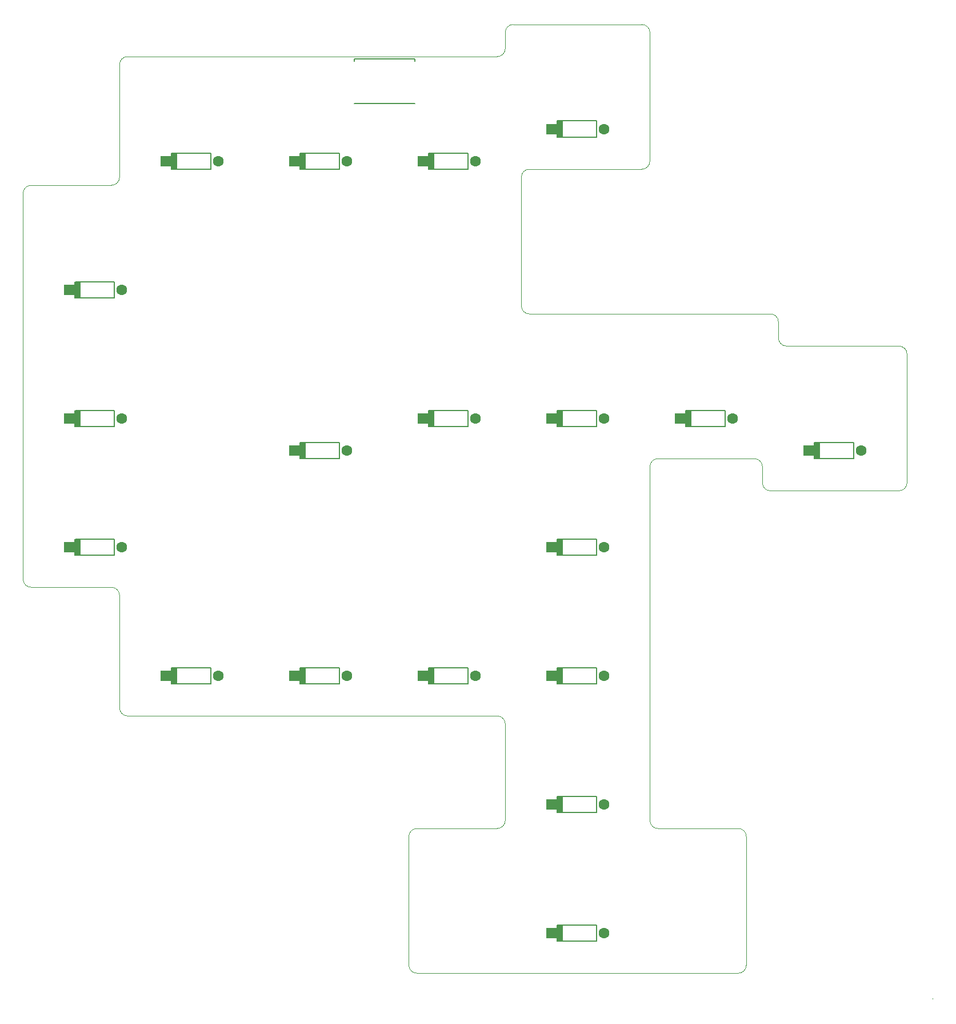
<source format=gbr>
G04 #@! TF.GenerationSoftware,KiCad,Pcbnew,(6.0.1)*
G04 #@! TF.CreationDate,2022-02-27T23:30:46-05:00*
G04 #@! TF.ProjectId,keyboard,6b657962-6f61-4726-942e-6b696361645f,rev?*
G04 #@! TF.SameCoordinates,Original*
G04 #@! TF.FileFunction,Legend,Top*
G04 #@! TF.FilePolarity,Positive*
%FSLAX46Y46*%
G04 Gerber Fmt 4.6, Leading zero omitted, Abs format (unit mm)*
G04 Created by KiCad (PCBNEW (6.0.1)) date 2022-02-27 23:30:46*
%MOMM*%
%LPD*%
G01*
G04 APERTURE LIST*
G04 #@! TA.AperFunction,Profile*
%ADD10C,0.100000*%
G04 #@! TD*
G04 #@! TA.AperFunction,Profile*
%ADD11C,0.200000*%
G04 #@! TD*
%ADD12C,0.200000*%
%ADD13R,1.600000X1.600000*%
%ADD14C,1.600000*%
G04 APERTURE END LIST*
D10*
X303609375Y-130968750D02*
X303609375Y-116681250D01*
X316706250Y-234553125D02*
X304800000Y-234553125D01*
X316706250Y-255984375D02*
G75*
G03*
X317896875Y-254793750I0J1190625D01*
G01*
X320278125Y-180975000D02*
X320278125Y-183356250D01*
X322659375Y-161925000D02*
G75*
G03*
X323850000Y-163115625I1190625J0D01*
G01*
X211931250Y-139303125D02*
G75*
G03*
X210740625Y-140493750I0J-1190625D01*
G01*
X284559375Y-157162500D02*
G75*
G03*
X285750000Y-158353125I1190625J0D01*
G01*
X303609375Y-233362500D02*
X303609375Y-180975000D01*
X242887500Y-120253125D02*
X280987500Y-120253125D01*
X280987500Y-120253125D02*
G75*
G03*
X282178125Y-119062500I0J1190625D01*
G01*
X304800000Y-179784375D02*
X319087500Y-179784375D01*
X282178125Y-219075000D02*
X282178125Y-233362500D01*
X317896875Y-254793750D02*
X317896875Y-235743750D01*
X226218750Y-217884375D02*
X280987500Y-217884375D01*
X341709375Y-183356250D02*
X341709375Y-178593750D01*
X303609375Y-233362500D02*
G75*
G03*
X304800000Y-234553125I1190625J0D01*
G01*
X284559375Y-141684375D02*
X284559375Y-138112500D01*
X225028125Y-200025000D02*
G75*
G03*
X223837500Y-198834375I-1190625J0D01*
G01*
X226218750Y-120253125D02*
X242887500Y-120253125D01*
X211931250Y-198834375D02*
X223837500Y-198834375D01*
X317896875Y-235743750D02*
G75*
G03*
X316706250Y-234553125I-1190625J0D01*
G01*
X210740625Y-197643750D02*
G75*
G03*
X211931250Y-198834375I1190625J0D01*
G01*
X225028125Y-216693750D02*
G75*
G03*
X226218750Y-217884375I1190625J0D01*
G01*
X302418750Y-136921875D02*
G75*
G03*
X303609375Y-135731250I0J1190625D01*
G01*
X304800000Y-179784375D02*
G75*
G03*
X303609375Y-180975000I0J-1190625D01*
G01*
X282178125Y-219075000D02*
G75*
G03*
X280987500Y-217884375I-1190625J0D01*
G01*
X280987500Y-234553125D02*
X269081250Y-234553125D01*
X225028125Y-121443750D02*
X225028125Y-138112500D01*
X285750000Y-136921875D02*
X302418750Y-136921875D01*
X341709375Y-164306250D02*
G75*
G03*
X340518750Y-163115625I-1190625J0D01*
G01*
X223837500Y-139303125D02*
G75*
G03*
X225028125Y-138112500I0J1190625D01*
G01*
X320278125Y-183356250D02*
G75*
G03*
X321468750Y-184546875I1190625J0D01*
G01*
X280987500Y-234553125D02*
G75*
G03*
X282178125Y-233362500I0J1190625D01*
G01*
X282178125Y-119062500D02*
X282178125Y-116681250D01*
X321468750Y-184546875D02*
X340518750Y-184546875D01*
X341709375Y-178593750D02*
X341709375Y-164306250D01*
X284559375Y-141684375D02*
X284559375Y-157162500D01*
D11*
X345518751Y-259793750D02*
G75*
G03*
X345518751Y-259793750I-1J0D01*
G01*
D10*
X269081250Y-255984375D02*
X316706250Y-255984375D01*
X322659375Y-161925000D02*
X322659375Y-159543750D01*
X267890625Y-254793750D02*
G75*
G03*
X269081250Y-255984375I1190625J0D01*
G01*
X226218750Y-120253125D02*
G75*
G03*
X225028125Y-121443750I0J-1190625D01*
G01*
X223837500Y-139303125D02*
X211931250Y-139303125D01*
X340518750Y-163115625D02*
X323850000Y-163115625D01*
X267890625Y-235743750D02*
X267890625Y-254793750D01*
X285750000Y-136921875D02*
G75*
G03*
X284559375Y-138112500I0J-1190625D01*
G01*
X303609375Y-135731250D02*
X303609375Y-130968750D01*
X225028125Y-200025000D02*
X225028125Y-216693750D01*
X303609375Y-116681250D02*
G75*
G03*
X302418750Y-115490625I-1190625J0D01*
G01*
X269081250Y-234553125D02*
G75*
G03*
X267890625Y-235743750I0J-1190625D01*
G01*
X340518750Y-184546875D02*
G75*
G03*
X341709375Y-183356250I0J1190625D01*
G01*
X283368750Y-115490625D02*
G75*
G03*
X282178125Y-116681250I0J-1190625D01*
G01*
X322659375Y-159543750D02*
G75*
G03*
X321468750Y-158353125I-1190625J0D01*
G01*
X320278125Y-180975000D02*
G75*
G03*
X319087500Y-179784375I-1190625J0D01*
G01*
X285750000Y-158353125D02*
X321468750Y-158353125D01*
X210740625Y-140493750D02*
X210740625Y-197643750D01*
X283368750Y-115490625D02*
X302418750Y-115490625D01*
D12*
X233118750Y-134531250D02*
X233118750Y-136931250D01*
X232743750Y-134531250D02*
X238543750Y-134531250D01*
X238543750Y-136931250D02*
X232743750Y-136931250D01*
X232943750Y-134531250D02*
X232943750Y-136931250D01*
X233293750Y-134531250D02*
X233293750Y-136931250D01*
X238543750Y-134531250D02*
X238543750Y-136931250D01*
X232718750Y-136931250D02*
X232718750Y-134531250D01*
X233468750Y-134531250D02*
X233468750Y-136931250D01*
X232818750Y-134531250D02*
X232818750Y-136931250D01*
X219181250Y-191681250D02*
X219181250Y-194081250D01*
X218456250Y-191681250D02*
X224256250Y-191681250D01*
X224256250Y-194081250D02*
X218456250Y-194081250D01*
X218531250Y-191681250D02*
X218531250Y-194081250D01*
X224256250Y-191681250D02*
X224256250Y-194081250D01*
X218431250Y-194081250D02*
X218431250Y-191681250D01*
X219006250Y-191681250D02*
X219006250Y-194081250D01*
X218656250Y-191681250D02*
X218656250Y-194081250D01*
X218831250Y-191681250D02*
X218831250Y-194081250D01*
X289868750Y-175031250D02*
X289868750Y-172631250D01*
X290268750Y-172631250D02*
X290268750Y-175031250D01*
X289968750Y-172631250D02*
X289968750Y-175031250D01*
X295693750Y-172631250D02*
X295693750Y-175031250D01*
X290443750Y-172631250D02*
X290443750Y-175031250D01*
X289893750Y-172631250D02*
X295693750Y-172631250D01*
X295693750Y-175031250D02*
X289893750Y-175031250D01*
X290618750Y-172631250D02*
X290618750Y-175031250D01*
X290093750Y-172631250D02*
X290093750Y-175031250D01*
X276643750Y-134531250D02*
X276643750Y-136931250D01*
X270843750Y-134531250D02*
X276643750Y-134531250D01*
X271218750Y-134531250D02*
X271218750Y-136931250D01*
X271043750Y-134531250D02*
X271043750Y-136931250D01*
X271393750Y-134531250D02*
X271393750Y-136931250D01*
X271568750Y-134531250D02*
X271568750Y-136931250D01*
X276643750Y-136931250D02*
X270843750Y-136931250D01*
X270818750Y-136931250D02*
X270818750Y-134531250D01*
X270918750Y-134531250D02*
X270918750Y-136931250D01*
X252168750Y-210731250D02*
X252168750Y-213131250D01*
X251793750Y-210731250D02*
X257593750Y-210731250D01*
X252343750Y-210731250D02*
X252343750Y-213131250D01*
X251768750Y-213131250D02*
X251768750Y-210731250D01*
X251868750Y-210731250D02*
X251868750Y-213131250D01*
X257593750Y-210731250D02*
X257593750Y-213131250D01*
X257593750Y-213131250D02*
X251793750Y-213131250D01*
X251993750Y-210731250D02*
X251993750Y-213131250D01*
X252518750Y-210731250D02*
X252518750Y-213131250D01*
X289968750Y-129768750D02*
X289968750Y-132168750D01*
X290618750Y-129768750D02*
X290618750Y-132168750D01*
X289893750Y-129768750D02*
X295693750Y-129768750D01*
X295693750Y-129768750D02*
X295693750Y-132168750D01*
X290268750Y-129768750D02*
X290268750Y-132168750D01*
X289868750Y-132168750D02*
X289868750Y-129768750D01*
X295693750Y-132168750D02*
X289893750Y-132168750D01*
X290093750Y-129768750D02*
X290093750Y-132168750D01*
X290443750Y-129768750D02*
X290443750Y-132168750D01*
X270843750Y-210731250D02*
X276643750Y-210731250D01*
X271043750Y-210731250D02*
X271043750Y-213131250D01*
X271393750Y-210731250D02*
X271393750Y-213131250D01*
X271218750Y-210731250D02*
X271218750Y-213131250D01*
X270918750Y-210731250D02*
X270918750Y-213131250D01*
X270818750Y-213131250D02*
X270818750Y-210731250D01*
X271568750Y-210731250D02*
X271568750Y-213131250D01*
X276643750Y-213131250D02*
X270843750Y-213131250D01*
X276643750Y-210731250D02*
X276643750Y-213131250D01*
X219006250Y-153581250D02*
X219006250Y-155981250D01*
X224256250Y-153581250D02*
X224256250Y-155981250D01*
X219181250Y-153581250D02*
X219181250Y-155981250D01*
X218831250Y-153581250D02*
X218831250Y-155981250D01*
X218456250Y-153581250D02*
X224256250Y-153581250D01*
X218431250Y-155981250D02*
X218431250Y-153581250D01*
X218656250Y-153581250D02*
X218656250Y-155981250D01*
X218531250Y-153581250D02*
X218531250Y-155981250D01*
X224256250Y-155981250D02*
X218456250Y-155981250D01*
X289868750Y-251231250D02*
X289868750Y-248831250D01*
X295693750Y-251231250D02*
X289893750Y-251231250D01*
X295693750Y-248831250D02*
X295693750Y-251231250D01*
X289968750Y-248831250D02*
X289968750Y-251231250D01*
X290443750Y-248831250D02*
X290443750Y-251231250D01*
X289893750Y-248831250D02*
X295693750Y-248831250D01*
X290093750Y-248831250D02*
X290093750Y-251231250D01*
X290618750Y-248831250D02*
X290618750Y-251231250D01*
X290268750Y-248831250D02*
X290268750Y-251231250D01*
X290443750Y-210731250D02*
X290443750Y-213131250D01*
X290093750Y-210731250D02*
X290093750Y-213131250D01*
X295693750Y-213131250D02*
X289893750Y-213131250D01*
X295693750Y-210731250D02*
X295693750Y-213131250D01*
X289893750Y-210731250D02*
X295693750Y-210731250D01*
X290618750Y-210731250D02*
X290618750Y-213131250D01*
X289868750Y-213131250D02*
X289868750Y-210731250D01*
X290268750Y-210731250D02*
X290268750Y-213131250D01*
X289968750Y-210731250D02*
X289968750Y-213131250D01*
X251793750Y-134531250D02*
X257593750Y-134531250D01*
X251868750Y-134531250D02*
X251868750Y-136931250D01*
X252168750Y-134531250D02*
X252168750Y-136931250D01*
X252518750Y-134531250D02*
X252518750Y-136931250D01*
X251768750Y-136931250D02*
X251768750Y-134531250D01*
X251993750Y-134531250D02*
X251993750Y-136931250D01*
X257593750Y-134531250D02*
X257593750Y-136931250D01*
X257593750Y-136931250D02*
X251793750Y-136931250D01*
X252343750Y-134531250D02*
X252343750Y-136931250D01*
X328068750Y-177393750D02*
X328068750Y-179793750D01*
X328718750Y-177393750D02*
X328718750Y-179793750D01*
X333793750Y-179793750D02*
X327993750Y-179793750D01*
X333793750Y-177393750D02*
X333793750Y-179793750D01*
X327993750Y-177393750D02*
X333793750Y-177393750D01*
X328368750Y-177393750D02*
X328368750Y-179793750D01*
X328193750Y-177393750D02*
X328193750Y-179793750D01*
X327968750Y-179793750D02*
X327968750Y-177393750D01*
X328543750Y-177393750D02*
X328543750Y-179793750D01*
X268793750Y-120909375D02*
X268793750Y-120559375D01*
X268793750Y-120559375D02*
X259843750Y-120559375D01*
X259843750Y-120559375D02*
X259843750Y-120909375D01*
X268793750Y-127219375D02*
X259843750Y-127219375D01*
X271393750Y-172631250D02*
X271393750Y-175031250D01*
X270843750Y-172631250D02*
X276643750Y-172631250D01*
X276643750Y-175031250D02*
X270843750Y-175031250D01*
X276643750Y-172631250D02*
X276643750Y-175031250D01*
X270918750Y-172631250D02*
X270918750Y-175031250D01*
X270818750Y-175031250D02*
X270818750Y-172631250D01*
X271568750Y-172631250D02*
X271568750Y-175031250D01*
X271218750Y-172631250D02*
X271218750Y-175031250D01*
X271043750Y-172631250D02*
X271043750Y-175031250D01*
X309018750Y-172631250D02*
X309018750Y-175031250D01*
X309318750Y-172631250D02*
X309318750Y-175031250D01*
X314743750Y-172631250D02*
X314743750Y-175031250D01*
X308918750Y-175031250D02*
X308918750Y-172631250D01*
X309493750Y-172631250D02*
X309493750Y-175031250D01*
X308943750Y-172631250D02*
X314743750Y-172631250D01*
X309668750Y-172631250D02*
X309668750Y-175031250D01*
X309143750Y-172631250D02*
X309143750Y-175031250D01*
X314743750Y-175031250D02*
X308943750Y-175031250D01*
X232718750Y-213131250D02*
X232718750Y-210731250D01*
X232943750Y-210731250D02*
X232943750Y-213131250D01*
X238543750Y-213131250D02*
X232743750Y-213131250D01*
X233118750Y-210731250D02*
X233118750Y-213131250D01*
X233468750Y-210731250D02*
X233468750Y-213131250D01*
X232743750Y-210731250D02*
X238543750Y-210731250D01*
X233293750Y-210731250D02*
X233293750Y-213131250D01*
X238543750Y-210731250D02*
X238543750Y-213131250D01*
X232818750Y-210731250D02*
X232818750Y-213131250D01*
X290268750Y-191681250D02*
X290268750Y-194081250D01*
X290093750Y-191681250D02*
X290093750Y-194081250D01*
X295693750Y-191681250D02*
X295693750Y-194081250D01*
X289868750Y-194081250D02*
X289868750Y-191681250D01*
X290443750Y-191681250D02*
X290443750Y-194081250D01*
X289893750Y-191681250D02*
X295693750Y-191681250D01*
X289968750Y-191681250D02*
X289968750Y-194081250D01*
X295693750Y-194081250D02*
X289893750Y-194081250D01*
X290618750Y-191681250D02*
X290618750Y-194081250D01*
X251868750Y-177393750D02*
X251868750Y-179793750D01*
X251993750Y-177393750D02*
X251993750Y-179793750D01*
X257593750Y-179793750D02*
X251793750Y-179793750D01*
X251768750Y-179793750D02*
X251768750Y-177393750D01*
X257593750Y-177393750D02*
X257593750Y-179793750D01*
X251793750Y-177393750D02*
X257593750Y-177393750D01*
X252518750Y-177393750D02*
X252518750Y-179793750D01*
X252168750Y-177393750D02*
X252168750Y-179793750D01*
X252343750Y-177393750D02*
X252343750Y-179793750D01*
X218456250Y-172631250D02*
X224256250Y-172631250D01*
X218656250Y-172631250D02*
X218656250Y-175031250D01*
X218531250Y-172631250D02*
X218531250Y-175031250D01*
X219006250Y-172631250D02*
X219006250Y-175031250D01*
X224256250Y-175031250D02*
X218456250Y-175031250D01*
X224256250Y-172631250D02*
X224256250Y-175031250D01*
X219181250Y-172631250D02*
X219181250Y-175031250D01*
X218431250Y-175031250D02*
X218431250Y-172631250D01*
X218831250Y-172631250D02*
X218831250Y-175031250D01*
X289968750Y-229781250D02*
X289968750Y-232181250D01*
X295693750Y-232181250D02*
X289893750Y-232181250D01*
X290443750Y-229781250D02*
X290443750Y-232181250D01*
X290093750Y-229781250D02*
X290093750Y-232181250D01*
X295693750Y-229781250D02*
X295693750Y-232181250D01*
X289868750Y-232181250D02*
X289868750Y-229781250D01*
X290618750Y-229781250D02*
X290618750Y-232181250D01*
X290268750Y-229781250D02*
X290268750Y-232181250D01*
X289893750Y-229781250D02*
X295693750Y-229781250D01*
D13*
X231843750Y-135731250D03*
D14*
X239643750Y-135731250D03*
D13*
X217556250Y-192881250D03*
D14*
X225356250Y-192881250D03*
D13*
X288993750Y-173831250D03*
D14*
X296793750Y-173831250D03*
D13*
X269943750Y-135731250D03*
D14*
X277743750Y-135731250D03*
D13*
X250893750Y-211931250D03*
D14*
X258693750Y-211931250D03*
D13*
X288993750Y-130968750D03*
D14*
X296793750Y-130968750D03*
D13*
X269943750Y-211931250D03*
D14*
X277743750Y-211931250D03*
D13*
X217556250Y-154781250D03*
D14*
X225356250Y-154781250D03*
D13*
X288993750Y-250031250D03*
D14*
X296793750Y-250031250D03*
D13*
X288993750Y-211931250D03*
D14*
X296793750Y-211931250D03*
D13*
X250893750Y-135731250D03*
D14*
X258693750Y-135731250D03*
D13*
X327093750Y-178593750D03*
D14*
X334893750Y-178593750D03*
D13*
X269943750Y-173831250D03*
D14*
X277743750Y-173831250D03*
D13*
X308043750Y-173831250D03*
D14*
X315843750Y-173831250D03*
D13*
X231843750Y-211931250D03*
D14*
X239643750Y-211931250D03*
D13*
X288993750Y-192881250D03*
D14*
X296793750Y-192881250D03*
D13*
X250893750Y-178593750D03*
D14*
X258693750Y-178593750D03*
D13*
X217556250Y-173831250D03*
D14*
X225356250Y-173831250D03*
D13*
X288993750Y-230981250D03*
D14*
X296793750Y-230981250D03*
M02*

</source>
